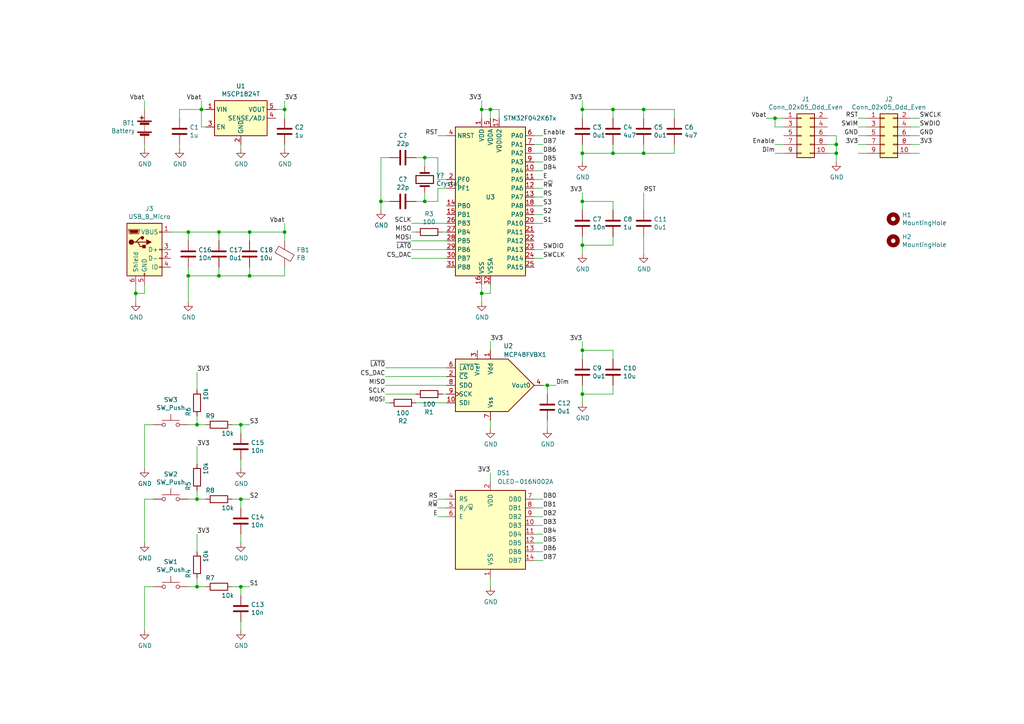
<source format=kicad_sch>
(kicad_sch (version 20211123) (generator eeschema)
  (paper "A4")
  (title_block (title "UV12W") (rev "0.2"))
  (lib_symbols
    (symbol "Connector_Generic:Conn_02x05_Odd_Even" (pin_names (offset 1.016) hide)
      (property "Reference" "J" (at 1.27 7.62 0))
      (property "Value" "Conn_02x05_Odd_Even" (at 1.27 -7.62 0))
      (symbol "Conn_02x05_Odd_Even_1_1"
        (rectangle (start -1.27 -4.953) (end 0 -5.207) (stroke (width 0.1524)))
        (rectangle (start -1.27 -2.413) (end 0 -2.667) (stroke (width 0.1524)))
        (rectangle (start -1.27 0.127) (end 0 -0.127) (stroke (width 0.1524)))
        (rectangle (start -1.27 2.667) (end 0 2.413) (stroke (width 0.1524)))
        (rectangle (start -1.27 5.207) (end 0 4.953) (stroke (width 0.1524)))
        (rectangle (start -1.27 6.35) (end 3.81 -6.35) (stroke (width 0.254)) (fill (type background)))
        (rectangle (start 3.81 -4.953) (end 2.54 -5.207) (stroke (width 0.1524)))
        (rectangle (start 3.81 -2.413) (end 2.54 -2.667) (stroke (width 0.1524)))
        (rectangle (start 3.81 0.127) (end 2.54 -0.127) (stroke (width 0.1524)))
        (rectangle (start 3.81 2.667) (end 2.54 2.413) (stroke (width 0.1524)))
        (rectangle (start 3.81 5.207) (end 2.54 4.953) (stroke (width 0.1524)))
        (pin passive line (at -5.08 5.08 0) (length 3.81) (name "Pin_1") (number "1"))
        (pin passive line (at 7.62 -5.08 180) (length 3.81) (name "Pin_10") (number "10"))
        (pin passive line (at 7.62 5.08 180) (length 3.81) (name "Pin_2") (number "2"))
        (pin passive line (at -5.08 2.54 0) (length 3.81) (name "Pin_3") (number "3"))
        (pin passive line (at 7.62 2.54 180) (length 3.81) (name "Pin_4") (number "4"))
        (pin passive line (at -5.08 0 0) (length 3.81) (name "Pin_5") (number "5"))
        (pin passive line (at 7.62 0 180) (length 3.81) (name "Pin_6") (number "6"))
        (pin passive line (at -5.08 -2.54 0) (length 3.81) (name "Pin_7") (number "7"))
        (pin passive line (at 7.62 -2.54 180) (length 3.81) (name "Pin_8") (number "8"))
        (pin passive line (at -5.08 -5.08 0) (length 3.81) (name "Pin_9") (number "9"))
      )
    )
    (symbol "Device:Battery" (pin_numbers hide) (pin_names (offset 0) hide)
      (property "Reference" "BT" (at 2.54 2.54 0))
      (property "Value" "Battery" (at 2.54 0 0))
      (symbol "Battery_0_1"
        (rectangle (start -2.032 -1.397) (end 2.032 -1.651) (fill (type outline)))
        (rectangle (start -2.032 1.778) (end 2.032 1.524) (fill (type outline)))
        (rectangle (start -1.3208 -1.9812) (end 1.27 -2.4892) (fill (type outline)))
        (rectangle (start -1.3208 1.1938) (end 1.27 0.6858) (fill (type outline)))
        (polyline (pts (xy 0 -1.524) (xy 0 -1.27)))
        (polyline (pts (xy 0 -1.016) (xy 0 -0.762)))
        (polyline (pts (xy 0 -0.508) (xy 0 -0.254)))
        (polyline (pts (xy 0 0) (xy 0 0.254)))
        (polyline (pts (xy 0 0.508) (xy 0 0.762)))
        (polyline (pts (xy 0 1.778) (xy 0 2.54)))
        (polyline (pts (xy 0.254 2.667) (xy 1.27 2.667)) (stroke (width 0.254)))
        (polyline (pts (xy 0.762 3.175) (xy 0.762 2.159)) (stroke (width 0.254)))
      )
      (symbol "Battery_1_1"
        (pin passive line (at 0 5.08 270) (length 2.54) (name "+") (number "1"))
        (pin passive line (at 0 -5.08 90) (length 2.54) (name "-") (number "2"))
      )
    )
    (symbol "Device:C" (pin_numbers hide) (pin_names (offset 0.254))
      (property "Reference" "C" (at 0.635 2.54 0))
      (property "Value" "C" (at 0.635 -2.54 0))
      (symbol "C_0_1"
        (polyline (pts (xy -2.032 -0.762) (xy 2.032 -0.762)) (stroke (width 0.508)))
        (polyline (pts (xy -2.032 0.762) (xy 2.032 0.762)) (stroke (width 0.508)))
      )
      (symbol "C_1_1"
        (pin passive line (at 0 3.81 270) (length 2.794) (name "~") (number "1"))
        (pin passive line (at 0 -3.81 90) (length 2.794) (name "~") (number "2"))
      )
    )
    (symbol "Device:Crystal" (pin_numbers hide) (pin_names (offset 1.016) hide)
      (property "Reference" "Y" (at 0 3.81 0))
      (property "Value" "Crystal" (at 0 -3.81 0))
      (symbol "Crystal_0_1"
        (rectangle (start -1.143 2.54) (end 1.143 -2.54) (stroke (width 0.3048)))
        (polyline (pts (xy -2.54 0) (xy -1.905 0)))
        (polyline (pts (xy -1.905 -1.27) (xy -1.905 1.27)) (stroke (width 0.508)))
        (polyline (pts (xy 1.905 -1.27) (xy 1.905 1.27)) (stroke (width 0.508)))
        (polyline (pts (xy 2.54 0) (xy 1.905 0)))
      )
      (symbol "Crystal_1_1"
        (pin passive line (at -3.81 0 0) (length 1.27) (name "1") (number "1"))
        (pin passive line (at 3.81 0 180) (length 1.27) (name "2") (number "2"))
      )
    )
    (symbol "Device:Ferrite_Bead" (pin_numbers hide) (pin_names (offset 0))
      (property "Reference" "FB" (at -3.81 0.635 90))
      (property "Value" "Device_Ferrite_Bead" (at 3.81 0 90))
      (symbol "Ferrite_Bead_0_1"
        (polyline (pts (xy 0 -1.27) (xy 0 -1.2192)))
        (polyline (pts (xy 0 1.27) (xy 0 1.2954)))
        (polyline (pts (xy -2.7686 0.4064) (xy -1.7018 2.2606) (xy 2.7686 -0.3048) (xy 1.6764 -2.159) (xy -2.7686 0.4064)))
      )
      (symbol "Ferrite_Bead_1_1"
        (pin passive line (at 0 3.81 270) (length 2.54) (name "~") (number "1"))
        (pin passive line (at 0 -3.81 90) (length 2.54) (name "~") (number "2"))
      )
    )
    (symbol "Device:R" (pin_numbers hide) (pin_names (offset 0))
      (property "Reference" "R" (at 2.032 0 90))
      (property "Value" "R" (at 0 0 90))
      (symbol "R_0_1"
        (rectangle (start -1.016 -2.54) (end 1.016 2.54) (stroke (width 0.254)))
      )
      (symbol "R_1_1"
        (pin passive line (at 0 3.81 270) (length 1.27) (name "~") (number "1"))
        (pin passive line (at 0 -3.81 90) (length 1.27) (name "~") (number "2"))
      )
    )
    (symbol "MCU_ST_STM32F0:STM32F042K6Tx"
      (property "Reference" "U" (at -10.16 21.59 0))
      (property "Value" "STM32F042K6Tx" (at 5.08 21.59 0))
      (symbol "STM32F042K6Tx_0_1"
        (rectangle (start -10.16 -22.86) (end 10.16 20.32) (stroke (width 0.254)) (fill (type background)))
      )
      (symbol "STM32F042K6Tx_1_1"
        (pin power_in line (at -2.54 22.86 270) (length 2.54) (name "VDD") (number "1"))
        (pin bidirectional line (at 12.7 7.62 180) (length 2.54) (name "PA4") (number "10"))
        (pin bidirectional line (at 12.7 5.08 180) (length 2.54) (name "PA5") (number "11"))
        (pin bidirectional line (at 12.7 2.54 180) (length 2.54) (name "PA6") (number "12"))
        (pin bidirectional line (at 12.7 0 180) (length 2.54) (name "PA7") (number "13"))
        (pin bidirectional line (at -12.7 -2.54 0) (length 2.54) (name "PB0") (number "14"))
        (pin bidirectional line (at -12.7 -5.08 0) (length 2.54) (name "PB1") (number "15"))
        (pin power_in line (at -2.54 -25.4 90) (length 2.54) (name "VSS") (number "16"))
        (pin power_in line (at 2.54 22.86 270) (length 2.54) (name "VDDIO2") (number "17"))
        (pin bidirectional line (at 12.7 -2.54 180) (length 2.54) (name "PA8") (number "18"))
        (pin bidirectional line (at 12.7 -5.08 180) (length 2.54) (name "PA9") (number "19"))
        (pin input line (at -12.7 5.08 0) (length 2.54) (name "PF0") (number "2"))
        (pin bidirectional line (at 12.7 -7.62 180) (length 2.54) (name "PA10") (number "20"))
        (pin bidirectional line (at 12.7 -10.16 180) (length 2.54) (name "PA11") (number "21"))
        (pin bidirectional line (at 12.7 -12.7 180) (length 2.54) (name "PA12") (number "22"))
        (pin bidirectional line (at 12.7 -15.24 180) (length 2.54) (name "PA13") (number "23"))
        (pin bidirectional line (at 12.7 -17.78 180) (length 2.54) (name "PA14") (number "24"))
        (pin bidirectional line (at 12.7 -20.32 180) (length 2.54) (name "PA15") (number "25"))
        (pin bidirectional line (at -12.7 -7.62 0) (length 2.54) (name "PB3") (number "26"))
        (pin bidirectional line (at -12.7 -10.16 0) (length 2.54) (name "PB4") (number "27"))
        (pin bidirectional line (at -12.7 -12.7 0) (length 2.54) (name "PB5") (number "28"))
        (pin bidirectional line (at -12.7 -15.24 0) (length 2.54) (name "PB6") (number "29"))
        (pin input line (at -12.7 2.54 0) (length 2.54) (name "PF1") (number "3"))
        (pin bidirectional line (at -12.7 -17.78 0) (length 2.54) (name "PB7") (number "30"))
        (pin bidirectional line (at -12.7 -20.32 0) (length 2.54) (name "PB8") (number "31"))
        (pin power_in line (at 0 -25.4 90) (length 2.54) (name "VSSA") (number "32"))
        (pin input line (at -12.7 17.78 0) (length 2.54) (name "NRST") (number "4"))
        (pin power_in line (at 0 22.86 270) (length 2.54) (name "VDDA") (number "5"))
        (pin bidirectional line (at 12.7 17.78 180) (length 2.54) (name "PA0") (number "6"))
        (pin bidirectional line (at 12.7 15.24 180) (length 2.54) (name "PA1") (number "7"))
        (pin bidirectional line (at 12.7 12.7 180) (length 2.54) (name "PA2") (number "8"))
        (pin bidirectional line (at 12.7 10.16 180) (length 2.54) (name "PA3") (number "9"))
      )
    )
    (symbol "Mechanical:MountingHole" (pin_names (offset 1.016))
      (property "Reference" "H" (at 0 5.08 0))
      (property "Value" "MountingHole" (at 0 3.175 0))
      (symbol "MountingHole_0_1"
        (circle (center 0 0) (radius 1.27) (stroke (width 1.27)))
      )
    )
    (symbol "Regulator_Linear:ADP7142AUJZ-3.3"
      (property "Reference" "U" (at 0 8.89 0))
      (property "Value" "ADP7142AUJZ-3.3" (at 0 6.35 0))
      (symbol "ADP7142AUJZ-3.3_0_1"
        (rectangle (start -7.62 5.08) (end 7.62 -5.08) (stroke (width 0.254)) (fill (type background)))
      )
      (symbol "ADP7142AUJZ-3.3_1_1"
        (pin power_in line (at -10.16 2.54 0) (length 2.54) (name "VIN") (number "1"))
        (pin power_in line (at 0 -7.62 90) (length 2.54) (name "GND") (number "2"))
        (pin input line (at -10.16 -2.54 0) (length 2.54) (name "EN") (number "3"))
        (pin input line (at 10.16 0 180) (length 2.54) (name "SENSE/ADJ") (number "4"))
        (pin power_out line (at 10.16 2.54 180) (length 2.54) (name "VOUT") (number "5"))
      )
    )
    (symbol "Switch:SW_Push" (pin_numbers hide) (pin_names (offset 1.016) hide)
      (property "Reference" "SW" (at 1.27 2.54 0))
      (property "Value" "SW_Push" (at 0 -1.524 0))
      (symbol "SW_Push_0_1"
        (circle (center -2.032 0) (radius 0.508))
        (polyline (pts (xy 0 1.27) (xy 0 3.048)))
        (polyline (pts (xy 2.54 1.27) (xy -2.54 1.27)))
        (circle (center 2.032 0) (radius 0.508))
        (pin passive line (at -5.08 0 0) (length 2.54) (name "1") (number "1"))
        (pin passive line (at 5.08 0 180) (length 2.54) (name "2") (number "2"))
      )
    )
    (symbol "UVA_12W:MCP48FVBX1" (pin_names (offset 1.016))
      (property "Reference" "U" (at 1.27 10.795 0))
      (property "Value" "MCP48FVBX1" (at 1.27 8.89 0))
      (symbol "MCP48FVBX1_0_0"
        (polyline (pts (xy 12.7 0) (xy 5.08 7.62) (xy -10.16 7.62) (xy -10.16 -7.62) (xy 5.08 -7.62) (xy 12.7 0)) (stroke (width 0.254)) (fill (type background)))
      )
      (symbol "MCP48FVBX1_1_1"
        (pin power_in line (at 0 10.16 270) (length 2.54) (name "Vdd") (number "1"))
        (pin input line (at -12.7 -5.08 0) (length 2.54) (name "SDI") (number "10"))
        (pin input line (at -12.7 2.54 0) (length 2.54) (name "~{CS}") (number "2"))
        (pin power_in line (at -3.81 10.16 270) (length 2.54) (name "Vref") (number "3"))
        (pin output line (at 15.24 0 180) (length 2.54) (name "Vout0") (number "4"))
        (pin no_connect line (at -7.62 -7.62 180) (length 2.54) hide (name "NC") (number "5"))
        (pin input line (at -12.7 5.08 0) (length 2.54) (name "~{LAT0}") (number "6"))
        (pin power_in line (at 0 -10.16 90) (length 2.54) (name "Vss") (number "7"))
        (pin input line (at -12.7 0 0) (length 2.54) (name "SDO") (number "8"))
        (pin input clock (at -12.7 -2.54 0) (length 2.54) (name "SCK") (number "9"))
      )
    )
    (symbol "UVA_12W:OLED-016N002A" (pin_names (offset 1.016))
      (property "Reference" "DS" (at -8.382 12.7 0))
      (property "Value" "OLED-016N002A" (at 10.16 12.7 0))
      (symbol "OLED-016N002A_0_1"
        (rectangle (start -10.16 11.43) (end 10.16 -11.43) (stroke (width 0.254)) (fill (type background)))
      )
      (symbol "OLED-016N002A_1_1"
        (pin power_in line (at 0 -13.97 90) (length 2.54) (name "VSS") (number "1"))
        (pin bidirectional line (at 12.7 1.27 180) (length 2.54) (name "DB3") (number "10"))
        (pin bidirectional line (at 12.7 -1.27 180) (length 2.54) (name "DB4") (number "11"))
        (pin bidirectional line (at 12.7 -3.81 180) (length 2.54) (name "DB5") (number "12"))
        (pin bidirectional line (at 12.7 -6.35 180) (length 2.54) (name "DB6") (number "13"))
        (pin bidirectional line (at 12.7 -8.89 180) (length 2.54) (name "DB7") (number "14"))
        (pin no_connect line (at -12.7 -6.35 0) (length 2.54) hide (name "NC") (number "15"))
        (pin no_connect line (at -12.7 -8.89 0) (length 2.54) hide (name "NC") (number "16"))
        (pin power_in line (at 0 13.97 270) (length 2.54) (name "VDD") (number "2"))
        (pin no_connect line (at -12.7 -3.81 0) (length 2.54) hide (name "NC") (number "3"))
        (pin input line (at -12.7 8.89 0) (length 2.54) (name "RS") (number "4"))
        (pin input line (at -12.7 6.35 0) (length 2.54) (name "R/~{W}") (number "5"))
        (pin input line (at -12.7 3.81 0) (length 2.54) (name "E") (number "6"))
        (pin bidirectional line (at 12.7 8.89 180) (length 2.54) (name "DB0") (number "7"))
        (pin bidirectional line (at 12.7 6.35 180) (length 2.54) (name "DB1") (number "8"))
        (pin bidirectional line (at 12.7 3.81 180) (length 2.54) (name "DB2") (number "9"))
      )
    )
    (symbol "UVA_12W_LED_CONTROL-rescue:USB_B_Micro-Connector" (pin_names (offset 1.016))
      (property "Reference" "J" (at -5.08 11.43 0))
      (property "Value" "USB_B_Micro-Connector" (at -5.08 8.89 0))
      (symbol "USB_B_Micro-Connector_0_1"
        (rectangle (start -5.08 -7.62) (end 5.08 7.62) (stroke (width 0.254)) (fill (type background)))
        (circle (center -3.81 2.159) (radius 0.635) (stroke (width 0.254)) (fill (type outline)))
        (circle (center -0.635 3.429) (radius 0.381) (stroke (width 0.254)) (fill (type outline)))
        (rectangle (start -0.127 -7.62) (end 0.127 -6.858))
        (polyline (pts (xy -1.905 2.159) (xy 0.635 2.159)) (stroke (width 0.254)))
        (polyline (pts (xy -3.175 2.159) (xy -2.54 2.159) (xy -1.27 3.429) (xy -0.635 3.429)) (stroke (width 0.254)))
        (polyline (pts (xy -2.54 2.159) (xy -1.905 2.159) (xy -1.27 0.889) (xy 0 0.889)) (stroke (width 0.254)))
        (polyline (pts (xy 0.635 2.794) (xy 0.635 1.524) (xy 1.905 2.159) (xy 0.635 2.794)) (stroke (width 0.254)) (fill (type outline)))
        (polyline (pts (xy -4.318 5.588) (xy -1.778 5.588) (xy -2.032 4.826) (xy -4.064 4.826) (xy -4.318 5.588)) (fill (type outline)))
        (polyline (pts (xy -4.699 5.842) (xy -4.699 5.588) (xy -4.445 4.826) (xy -4.445 4.572) (xy -1.651 4.572) (xy -1.651 4.826) (xy -1.397 5.588) (xy -1.397 5.842) (xy -4.699 5.842)))
        (rectangle (start 0.254 1.27) (end -0.508 0.508) (stroke (width 0.254)) (fill (type outline)))
        (rectangle (start 5.08 -5.207) (end 4.318 -4.953))
        (rectangle (start 5.08 -2.667) (end 4.318 -2.413))
        (rectangle (start 5.08 -0.127) (end 4.318 0.127))
        (rectangle (start 5.08 4.953) (end 4.318 5.207))
      )
      (symbol "USB_B_Micro-Connector_1_1"
        (pin power_out line (at 7.62 5.08 180) (length 2.54) (name "VBUS") (number "1"))
        (pin passive line (at 7.62 -2.54 180) (length 2.54) (name "D-") (number "2"))
        (pin passive line (at 7.62 0 180) (length 2.54) (name "D+") (number "3"))
        (pin passive line (at 7.62 -5.08 180) (length 2.54) (name "ID") (number "4"))
        (pin power_out line (at 0 -10.16 90) (length 2.54) (name "GND") (number "5"))
        (pin passive line (at -2.54 -10.16 90) (length 2.54) (name "Shield") (number "6"))
      )
    )
    (symbol "power:GND" (power) (pin_names (offset 0))
      (property "Value" "GND" (at 0 -3.81 0))
      (symbol "GND_0_1"
        (polyline (pts (xy 0 0) (xy 0 -1.27) (xy 1.27 -1.27) (xy 0 -2.54) (xy -1.27 -1.27) (xy 0 -1.27)))
      )
      (symbol "GND_1_1"
        (pin power_in line (at 0 0 270) (length 0) hide (name "GND") (number "1"))
      )
    )
  )
  (junction (at 57.15 144.78))
  (junction (at 242.57 41.91))
  (junction (at 63.5 80.01))
  (junction (at 69.85 123.19))
  (junction (at 63.5 67.31))
  (junction (at 82.55 31.75))
  (junction (at 72.39 67.31))
  (junction (at 142.24 31.75))
  (junction (at 224.79 34.29))
  (junction (at 168.91 71.12))
  (junction (at 168.91 101.6))
  (junction (at 168.91 114.3))
  (junction (at 186.69 44.45))
  (junction (at 82.55 67.31))
  (junction (at 158.75 111.76))
  (junction (at 57.15 170.18))
  (junction (at 177.8 31.75))
  (junction (at 69.85 170.18))
  (junction (at 242.57 44.45))
  (junction (at 177.8 44.45))
  (junction (at 69.85 144.78))
  (junction (at 57.15 123.19))
  (junction (at 123.19 58.42))
  (junction (at 54.61 80.01))
  (junction (at 110.49 58.42))
  (junction (at 123.19 45.72))
  (junction (at 39.37 85.09))
  (junction (at 186.69 31.75))
  (junction (at 58.42 31.75))
  (junction (at 139.7 31.75))
  (junction (at 54.61 67.31))
  (junction (at 168.91 31.75))
  (junction (at 139.7 85.09))
  (junction (at 168.91 44.45))
  (junction (at 168.91 58.42))
  (junction (at 72.39 80.01))
  (wire (pts (xy 158.75 111.76) (xy 161.29 111.76)))
  (wire (pts (xy 41.91 123.19) (xy 44.45 123.19)))
  (wire (pts (xy 142.24 139.7) (xy 142.24 137.16)))
  (wire (pts (xy 168.91 41.91) (xy 168.91 44.45)))
  (wire (pts (xy 39.37 85.09) (xy 39.37 87.63)))
  (wire (pts (xy 52.07 31.75) (xy 58.42 31.75)))
  (wire (pts (xy 57.15 123.19) (xy 57.15 120.65)))
  (wire (pts (xy 139.7 31.75) (xy 139.7 34.29)))
  (wire (pts (xy 67.31 144.78) (xy 69.85 144.78)))
  (wire (pts (xy 242.57 39.37) (xy 242.57 41.91)))
  (wire (pts (xy 168.91 44.45) (xy 168.91 46.99)))
  (wire (pts (xy 41.91 182.88) (xy 41.91 170.18)))
  (wire (pts (xy 111.76 111.76) (xy 129.54 111.76)))
  (wire (pts (xy 69.85 170.18) (xy 69.85 172.72)))
  (wire (pts (xy 57.15 129.54) (xy 57.15 134.62)))
  (wire (pts (xy 177.8 114.3) (xy 168.91 114.3)))
  (wire (pts (xy 119.38 69.85) (xy 129.54 69.85)))
  (wire (pts (xy 177.8 104.14) (xy 177.8 101.6)))
  (wire (pts (xy 129.54 52.07) (xy 127 52.07)))
  (wire (pts (xy 168.91 60.96) (xy 168.91 58.42)))
  (wire (pts (xy 168.91 111.76) (xy 168.91 114.3)))
  (wire (pts (xy 69.85 133.35) (xy 69.85 135.89)))
  (wire (pts (xy 177.8 111.76) (xy 177.8 114.3)))
  (wire (pts (xy 123.19 58.42) (xy 120.65 58.42)))
  (wire (pts (xy 129.54 144.78) (xy 127 144.78)))
  (wire (pts (xy 39.37 85.09) (xy 41.91 85.09)))
  (wire (pts (xy 69.85 180.34) (xy 69.85 182.88)))
  (wire (pts (xy 168.91 68.58) (xy 168.91 71.12)))
  (wire (pts (xy 142.24 85.09) (xy 139.7 85.09)))
  (wire (pts (xy 154.94 147.32) (xy 157.48 147.32)))
  (wire (pts (xy 52.07 43.18) (xy 52.07 41.91)))
  (wire (pts (xy 251.46 36.83) (xy 248.92 36.83)))
  (wire (pts (xy 59.69 36.83) (xy 58.42 36.83)))
  (wire (pts (xy 111.76 116.84) (xy 113.03 116.84)))
  (wire (pts (xy 54.61 80.01) (xy 54.61 77.47)))
  (wire (pts (xy 129.54 67.31) (xy 128.27 67.31)))
  (wire (pts (xy 154.94 57.15) (xy 157.48 57.15)))
  (wire (pts (xy 72.39 77.47) (xy 72.39 80.01)))
  (wire (pts (xy 186.69 55.88) (xy 186.69 60.96)))
  (wire (pts (xy 41.91 157.48) (xy 41.91 144.78)))
  (wire (pts (xy 129.54 106.68) (xy 111.76 106.68)))
  (wire (pts (xy 142.24 31.75) (xy 144.78 31.75)))
  (wire (pts (xy 69.85 154.94) (xy 69.85 157.48)))
  (wire (pts (xy 54.61 170.18) (xy 57.15 170.18)))
  (wire (pts (xy 154.94 64.77) (xy 157.48 64.77)))
  (wire (pts (xy 142.24 99.06) (xy 142.24 101.6)))
  (wire (pts (xy 186.69 73.66) (xy 186.69 68.58)))
  (wire (pts (xy 110.49 45.72) (xy 110.49 58.42)))
  (wire (pts (xy 57.15 144.78) (xy 59.69 144.78)))
  (wire (pts (xy 251.46 34.29) (xy 248.92 34.29)))
  (wire (pts (xy 227.33 36.83) (xy 224.79 36.83)))
  (wire (pts (xy 127 45.72) (xy 123.19 45.72)))
  (wire (pts (xy 72.39 67.31) (xy 82.55 67.31)))
  (wire (pts (xy 54.61 67.31) (xy 63.5 67.31)))
  (wire (pts (xy 63.5 67.31) (xy 63.5 69.85)))
  (wire (pts (xy 49.53 67.31) (xy 54.61 67.31)))
  (wire (pts (xy 154.94 54.61) (xy 157.48 54.61)))
  (wire (pts (xy 129.54 147.32) (xy 127 147.32)))
  (wire (pts (xy 41.91 41.91) (xy 41.91 43.18)))
  (wire (pts (xy 69.85 123.19) (xy 72.39 123.19)))
  (wire (pts (xy 142.24 124.46) (xy 142.24 121.92)))
  (wire (pts (xy 139.7 31.75) (xy 142.24 31.75)))
  (wire (pts (xy 63.5 77.47) (xy 63.5 80.01)))
  (wire (pts (xy 142.24 82.55) (xy 142.24 85.09)))
  (wire (pts (xy 264.16 39.37) (xy 266.7 39.37)))
  (wire (pts (xy 41.91 31.75) (xy 41.91 29.21)))
  (wire (pts (xy 41.91 170.18) (xy 44.45 170.18)))
  (wire (pts (xy 123.19 45.72) (xy 123.19 48.26)))
  (wire (pts (xy 227.33 44.45) (xy 224.79 44.45)))
  (wire (pts (xy 154.94 41.91) (xy 157.48 41.91)))
  (wire (pts (xy 177.8 101.6) (xy 168.91 101.6)))
  (wire (pts (xy 177.8 31.75) (xy 186.69 31.75)))
  (wire (pts (xy 63.5 67.31) (xy 72.39 67.31)))
  (wire (pts (xy 168.91 34.29) (xy 168.91 31.75)))
  (wire (pts (xy 158.75 111.76) (xy 158.75 114.3)))
  (wire (pts (xy 54.61 144.78) (xy 57.15 144.78)))
  (wire (pts (xy 154.94 149.86) (xy 157.48 149.86)))
  (wire (pts (xy 57.15 170.18) (xy 59.69 170.18)))
  (wire (pts (xy 224.79 34.29) (xy 227.33 34.29)))
  (wire (pts (xy 119.38 74.93) (xy 129.54 74.93)))
  (wire (pts (xy 251.46 44.45) (xy 248.92 44.45)))
  (wire (pts (xy 195.58 44.45) (xy 195.58 41.91)))
  (wire (pts (xy 154.94 52.07) (xy 157.48 52.07)))
  (wire (pts (xy 240.03 39.37) (xy 242.57 39.37)))
  (wire (pts (xy 54.61 69.85) (xy 54.61 67.31)))
  (wire (pts (xy 264.16 36.83) (xy 266.7 36.83)))
  (wire (pts (xy 119.38 64.77) (xy 129.54 64.77)))
  (wire (pts (xy 139.7 85.09) (xy 139.7 82.55)))
  (wire (pts (xy 195.58 31.75) (xy 195.58 34.29)))
  (wire (pts (xy 157.48 111.76) (xy 158.75 111.76)))
  (wire (pts (xy 168.91 31.75) (xy 177.8 31.75)))
  (wire (pts (xy 264.16 34.29) (xy 266.7 34.29)))
  (wire (pts (xy 129.54 149.86) (xy 127 149.86)))
  (wire (pts (xy 154.94 49.53) (xy 157.48 49.53)))
  (wire (pts (xy 67.31 123.19) (xy 69.85 123.19)))
  (wire (pts (xy 242.57 41.91) (xy 242.57 44.45)))
  (wire (pts (xy 110.49 58.42) (xy 110.49 60.96)))
  (wire (pts (xy 57.15 170.18) (xy 57.15 167.64)))
  (wire (pts (xy 154.94 46.99) (xy 157.48 46.99)))
  (wire (pts (xy 242.57 44.45) (xy 242.57 46.99)))
  (wire (pts (xy 154.94 154.94) (xy 157.48 154.94)))
  (wire (pts (xy 82.55 67.31) (xy 82.55 64.77)))
  (wire (pts (xy 129.54 39.37) (xy 127 39.37)))
  (wire (pts (xy 168.91 58.42) (xy 177.8 58.42)))
  (wire (pts (xy 120.65 45.72) (xy 123.19 45.72)))
  (wire (pts (xy 129.54 54.61) (xy 127 54.61)))
  (wire (pts (xy 119.38 72.39) (xy 129.54 72.39)))
  (wire (pts (xy 139.7 87.63) (xy 139.7 85.09)))
  (wire (pts (xy 154.94 62.23) (xy 157.48 62.23)))
  (wire (pts (xy 227.33 41.91) (xy 224.79 41.91)))
  (wire (pts (xy 168.91 44.45) (xy 177.8 44.45)))
  (wire (pts (xy 177.8 68.58) (xy 177.8 71.12)))
  (wire (pts (xy 82.55 34.29) (xy 82.55 31.75)))
  (wire (pts (xy 240.03 41.91) (xy 242.57 41.91)))
  (wire (pts (xy 57.15 154.94) (xy 57.15 160.02)))
  (wire (pts (xy 240.03 44.45) (xy 242.57 44.45)))
  (wire (pts (xy 154.94 152.4) (xy 157.48 152.4)))
  (wire (pts (xy 158.75 121.92) (xy 158.75 124.46)))
  (wire (pts (xy 224.79 34.29) (xy 222.25 34.29)))
  (wire (pts (xy 69.85 123.19) (xy 69.85 125.73)))
  (wire (pts (xy 127 58.42) (xy 123.19 58.42)))
  (wire (pts (xy 264.16 44.45) (xy 266.7 44.45)))
  (wire (pts (xy 154.94 157.48) (xy 157.48 157.48)))
  (wire (pts (xy 154.94 39.37) (xy 157.48 39.37)))
  (wire (pts (xy 69.85 170.18) (xy 72.39 170.18)))
  (wire (pts (xy 111.76 109.22) (xy 129.54 109.22)))
  (wire (pts (xy 154.94 144.78) (xy 157.48 144.78)))
  (wire (pts (xy 168.91 114.3) (xy 168.91 116.84)))
  (wire (pts (xy 41.91 135.89) (xy 41.91 123.19)))
  (wire (pts (xy 69.85 41.91) (xy 69.85 43.18)))
  (wire (pts (xy 142.24 31.75) (xy 142.24 34.29)))
  (wire (pts (xy 251.46 39.37) (xy 248.92 39.37)))
  (wire (pts (xy 82.55 31.75) (xy 82.55 29.21)))
  (wire (pts (xy 120.65 67.31) (xy 119.38 67.31)))
  (wire (pts (xy 72.39 69.85) (xy 72.39 67.31)))
  (wire (pts (xy 82.55 41.91) (xy 82.55 43.18)))
  (wire (pts (xy 41.91 144.78) (xy 44.45 144.78)))
  (wire (pts (xy 168.91 71.12) (xy 177.8 71.12)))
  (wire (pts (xy 57.15 144.78) (xy 57.15 142.24)))
  (wire (pts (xy 111.76 114.3) (xy 120.65 114.3)))
  (wire (pts (xy 264.16 41.91) (xy 266.7 41.91)))
  (wire (pts (xy 127 54.61) (xy 127 58.42)))
  (wire (pts (xy 52.07 34.29) (xy 52.07 31.75)))
  (wire (pts (xy 144.78 31.75) (xy 144.78 34.29)))
  (wire (pts (xy 127 52.07) (xy 127 45.72)))
  (wire (pts (xy 186.69 41.91) (xy 186.69 44.45)))
  (wire (pts (xy 154.94 162.56) (xy 157.48 162.56)))
  (wire (pts (xy 58.42 31.75) (xy 59.69 31.75)))
  (wire (pts (xy 123.19 55.88) (xy 123.19 58.42)))
  (wire (pts (xy 186.69 31.75) (xy 195.58 31.75)))
  (wire (pts (xy 58.42 36.83) (xy 58.42 31.75)))
  (wire (pts (xy 168.91 31.75) (xy 168.91 29.21)))
  (wire (pts (xy 154.94 160.02) (xy 157.48 160.02)))
  (wire (pts (xy 82.55 80.01) (xy 72.39 80.01)))
  (wire (pts (xy 154.94 72.39) (xy 157.48 72.39)))
  (wire (pts (xy 58.42 31.75) (xy 58.42 29.21)))
  (wire (pts (xy 82.55 69.85) (xy 82.55 67.31)))
  (wire (pts (xy 57.15 123.19) (xy 59.69 123.19)))
  (wire (pts (xy 54.61 87.63) (xy 54.61 80.01)))
  (wire (pts (xy 120.65 116.84) (xy 129.54 116.84)))
  (wire (pts (xy 154.94 59.69) (xy 157.48 59.69)))
  (wire (pts (xy 177.8 60.96) (xy 177.8 58.42)))
  (wire (pts (xy 251.46 41.91) (xy 248.92 41.91)))
  (wire (pts (xy 177.8 34.29) (xy 177.8 31.75)))
  (wire (pts (xy 168.91 104.14) (xy 168.91 101.6)))
  (wire (pts (xy 224.79 36.83) (xy 224.79 34.29)))
  (wire (pts (xy 154.94 44.45) (xy 157.48 44.45)))
  (wire (pts (xy 63.5 80.01) (xy 54.61 80.01)))
  (wire (pts (xy 69.85 144.78) (xy 72.39 144.78)))
  (wire (pts (xy 69.85 144.78) (xy 69.85 147.32)))
  (wire (pts (xy 39.37 82.55) (xy 39.37 85.09)))
  (wire (pts (xy 139.7 29.21) (xy 139.7 31.75)))
  (wire (pts (xy 67.31 170.18) (xy 69.85 170.18)))
  (wire (pts (xy 168.91 99.06) (xy 168.91 101.6)))
  (wire (pts (xy 113.03 45.72) (xy 110.49 45.72)))
  (wire (pts (xy 186.69 44.45) (xy 195.58 44.45)))
  (wire (pts (xy 80.01 31.75) (xy 82.55 31.75)))
  (wire (pts (xy 72.39 80.01) (xy 63.5 80.01)))
  (wire (pts (xy 129.54 114.3) (xy 128.27 114.3)))
  (wire (pts (xy 113.03 58.42) (xy 110.49 58.42)))
  (wire (pts (xy 142.24 167.64) (xy 142.24 170.18)))
  (wire (pts (xy 177.8 41.91) (xy 177.8 44.45)))
  (wire (pts (xy 177.8 44.45) (xy 186.69 44.45)))
  (wire (pts (xy 168.91 55.88) (xy 168.91 58.42)))
  (wire (pts (xy 186.69 34.29) (xy 186.69 31.75)))
  (wire (pts (xy 54.61 123.19) (xy 57.15 123.19)))
  (wire (pts (xy 82.55 77.47) (xy 82.55 80.01)))
  (wire (pts (xy 41.91 85.09) (xy 41.91 82.55)))
  (wire (pts (xy 154.94 74.93) (xy 157.48 74.93)))
  (wire (pts (xy 57.15 107.95) (xy 57.15 113.03)))
  (wire (pts (xy 168.91 71.12) (xy 168.91 73.66)))
  (label "GND" (at 248.92 39.37 180))
  (label "MISO" (at 111.76 111.76 180))
  (label "3V3" (at 142.24 99.06 0))
  (label "S3" (at 72.39 123.19 0))
  (label "CS_DAC" (at 119.38 74.93 180))
  (label "S1" (at 157.48 64.77 0))
  (label "SWIM" (at 248.92 36.83 180))
  (label "S1" (at 72.39 170.18 0))
  (label "R~{W}" (at 157.48 54.61 0))
  (label "RST" (at 127 39.37 180))
  (label "E" (at 127 149.86 180))
  (label "3V3" (at 248.92 41.91 180))
  (label "RST" (at 248.92 34.29 180))
  (label "3V3" (at 57.15 107.95 0))
  (label "DB0" (at 157.48 144.78 0))
  (label "RST" (at 186.69 55.88 0))
  (label "Enable" (at 224.79 41.91 180))
  (label "MOSI" (at 119.38 69.85 180))
  (label "Dim" (at 224.79 44.45 180))
  (label "DB4" (at 157.48 49.53 0))
  (label "3V3" (at 168.91 29.21 180))
  (label "~{LAT0}" (at 119.38 72.39 180))
  (label "Vbat" (at 58.42 29.21 180))
  (label "DB4" (at 157.48 154.94 0))
  (label "3V3" (at 139.7 29.21 180))
  (label "DB7" (at 157.48 41.91 0))
  (label "SCLK" (at 111.76 114.3 180))
  (label "DB5" (at 157.48 157.48 0))
  (label "Dim" (at 161.29 111.76 0))
  (label "DB2" (at 157.48 149.86 0))
  (label "Enable" (at 157.48 39.37 0))
  (label "Vbat" (at 222.25 34.29 180))
  (label "3V3" (at 168.91 55.88 180))
  (label "S3" (at 157.48 59.69 0))
  (label "GND" (at 266.7 39.37 0))
  (label "MOSI" (at 111.76 116.84 180))
  (label "3V3" (at 142.24 137.16 180))
  (label "R~{W}" (at 127 147.32 180))
  (label "Vbat" (at 82.55 64.77 180))
  (label "SWDIO" (at 266.7 36.83 0))
  (label "DB5" (at 157.48 46.99 0))
  (label "DB1" (at 157.48 147.32 0))
  (label "SWCLK" (at 266.7 34.29 0))
  (label "E" (at 157.48 52.07 0))
  (label "3V3" (at 168.91 99.06 180))
  (label "S2" (at 157.48 62.23 0))
  (label "DB3" (at 157.48 152.4 0))
  (label "3V3" (at 57.15 154.94 0))
  (label "3V3" (at 82.55 29.21 0))
  (label "RS" (at 127 144.78 180))
  (label "CS_DAC" (at 111.76 109.22 180))
  (label "MISO" (at 119.38 67.31 180))
  (label "Vbat" (at 41.91 29.21 180))
  (label "DB6" (at 157.48 160.02 0))
  (label "DB6" (at 157.48 44.45 0))
  (label "SWDIO" (at 157.48 72.39 0))
  (label "SCLK" (at 119.38 64.77 180))
  (label "3V3" (at 57.15 129.54 0))
  (label "DB7" (at 157.48 162.56 0))
  (label "S2" (at 72.39 144.78 0))
  (label "~{LAT0}" (at 111.76 106.68 180))
  (label "3V3" (at 266.7 41.91 0))
  (label "RS" (at 157.48 57.15 0))
  (label "SWCLK" (at 157.48 74.93 0))
  (symbol (lib_id "MCU_ST_STM32F0:STM32F042K6Tx") (at 142.24 57.15 0) (unit 1)
    (property "Reference" "U3" (at 142.24 57.15 0))
    (property "Value" "STM32F042K6Tx" (at 153.67 34.29 0))
    (property "Footprint" "Package_QFP:LQFP-32_7x7mm_P0.8mm" (effects hide))
    (property "Datasheet" "http://www.st.com/st-web-ui/static/active/en/resource/technical/document/datasheet/DM00105814.pdf" (effects hide))
  )
  (symbol (lib_id "Regulator_Linear:ADP7142AUJZ-3.3") (at 69.85 34.29 0) (unit 1)
    (property "Reference" "U1" (at 69.85 24.9682 0))
    (property "Value" "MSCP1824T" (at 69.85 27.2796 0))
    (property "Footprint" "Package_TO_SOT_SMD:SOT-23-5" (effects hide))
    (property "Datasheet" "https://www.analog.com/media/en/technical-documentation/data-sheets/ADP7142.pdf" (effects hide))
  )
  (symbol (lib_id "Device:C") (at 52.07 38.1 0) (unit 1)
    (property "Reference" "C1" (at 54.991 36.9316 0) (effects (justify left)))
    (property "Value" "1u" (at 54.991 39.243 0) (effects (justify left)))
    (property "Footprint" "Capacitor_SMD:C_0603_1608Metric" (effects hide))
  )
  (symbol (lib_id "Device:C") (at 82.55 38.1 0) (unit 1)
    (property "Reference" "C2" (at 85.471 36.9316 0) (effects (justify left)))
    (property "Value" "1u" (at 85.471 39.243 0) (effects (justify left)))
    (property "Footprint" "Capacitor_SMD:C_0603_1608Metric" (effects hide))
  )
  (symbol (lib_id "power:GND") (at 69.85 43.18 0) (unit 1)
    (property "Reference" "#PWR04" (effects hide))
    (property "Value" "GND" (at 69.977 47.5742 0))
  )
  (symbol (lib_id "power:GND") (at 82.55 43.18 0) (unit 1)
    (property "Reference" "#PWR05" (effects hide))
    (property "Value" "GND" (at 82.677 47.5742 0))
  )
  (symbol (lib_id "power:GND") (at 52.07 43.18 0) (unit 1)
    (property "Reference" "#PWR03" (effects hide))
    (property "Value" "GND" (at 52.197 47.5742 0))
  )
  (symbol (lib_id "Switch:SW_Push") (at 49.53 170.18 0) (unit 1)
    (property "Reference" "SW1" (at 49.53 162.941 0))
    (property "Value" "SW_Push" (at 49.53 165.2524 0))
    (property "Footprint" "Button_Switch_THT:SW_PUSH_6mm" (effects hide))
  )
  (symbol (lib_id "Device:C") (at 168.91 38.1 0) (unit 1)
    (property "Reference" "C3" (at 171.831 36.9316 0) (effects (justify left)))
    (property "Value" "0u1" (at 171.831 39.243 0) (effects (justify left)))
    (property "Footprint" "Capacitor_SMD:C_0603_1608Metric" (effects hide))
  )
  (symbol (lib_id "Device:C") (at 177.8 38.1 0) (unit 1)
    (property "Reference" "C4" (at 180.721 36.9316 0) (effects (justify left)))
    (property "Value" "4u7" (at 180.721 39.243 0) (effects (justify left)))
    (property "Footprint" "Capacitor_SMD:C_0805_2012Metric" (effects hide))
  )
  (symbol (lib_id "Device:C") (at 186.69 38.1 0) (unit 1)
    (property "Reference" "C5" (at 189.611 36.9316 0) (effects (justify left)))
    (property "Value" "0u1" (at 189.611 39.243 0) (effects (justify left)))
    (property "Footprint" "Capacitor_SMD:C_0603_1608Metric" (effects hide))
  )
  (symbol (lib_id "Device:C") (at 195.58 38.1 0) (unit 1)
    (property "Reference" "C6" (at 198.501 36.9316 0) (effects (justify left)))
    (property "Value" "4u7" (at 198.501 39.243 0) (effects (justify left)))
    (property "Footprint" "Capacitor_SMD:C_0805_2012Metric" (effects hide))
  )
  (symbol (lib_id "Device:Battery") (at 41.91 36.83 0) (mirror y) (unit 1)
    (property "Reference" "BT1" (at 39.1668 35.6616 0) (effects (justify left)))
    (property "Value" "Battery" (at 39.1668 37.973 0) (effects (justify left)))
    (property "Footprint" "UVA_12W:BatteryClip_18mm" (effects hide))
  )
  (symbol (lib_id "power:GND") (at 41.91 43.18 0) (unit 1)
    (property "Reference" "#PWR02" (effects hide))
    (property "Value" "GND" (at 42.037 47.5742 0))
  )
  (symbol (lib_id "power:GND") (at 168.91 46.99 0) (unit 1)
    (property "Reference" "#PWR07" (effects hide))
    (property "Value" "GND" (at 169.037 51.3842 0))
  )
  (symbol (lib_id "Device:C") (at 168.91 64.77 0) (unit 1)
    (property "Reference" "C7" (at 171.831 63.6016 0) (effects (justify left)))
    (property "Value" "10n" (at 171.831 65.913 0) (effects (justify left)))
    (property "Footprint" "Capacitor_SMD:C_0603_1608Metric" (effects hide))
  )
  (symbol (lib_id "Device:C") (at 177.8 64.77 0) (unit 1)
    (property "Reference" "C8" (at 180.721 63.6016 0) (effects (justify left)))
    (property "Value" "1u" (at 180.721 65.913 0) (effects (justify left)))
    (property "Footprint" "Capacitor_SMD:C_0603_1608Metric" (effects hide))
  )
  (symbol (lib_id "power:GND") (at 168.91 73.66 0) (unit 1)
    (property "Reference" "#PWR08" (effects hide))
    (property "Value" "GND" (at 169.037 78.0542 0))
  )
  (symbol (lib_id "Connector_Generic:Conn_02x05_Odd_Even") (at 256.54 39.37 0) (unit 1)
    (property "Reference" "J2" (at 257.81 28.7782 0))
    (property "Value" "Conn_02x05_Odd_Even" (at 257.81 31.0896 0))
    (property "Footprint" "Connector_PinHeader_2.54mm:PinHeader_2x05_P2.54mm_Vertical" (effects hide))
  )
  (symbol (lib_id "Device:C") (at 168.91 107.95 0) (unit 1)
    (property "Reference" "C9" (at 171.831 106.7816 0) (effects (justify left)))
    (property "Value" "0u1" (at 171.831 109.093 0) (effects (justify left)))
    (property "Footprint" "Capacitor_SMD:C_0603_1608Metric" (effects hide))
  )
  (symbol (lib_id "power:GND") (at 168.91 116.84 0) (unit 1)
    (property "Reference" "#PWR09" (effects hide))
    (property "Value" "GND" (at 169.037 121.2342 0))
  )
  (symbol (lib_id "Device:C") (at 177.8 107.95 0) (unit 1)
    (property "Reference" "C10" (at 180.721 106.7816 0) (effects (justify left)))
    (property "Value" "10u" (at 180.721 109.093 0) (effects (justify left)))
    (property "Footprint" "Capacitor_SMD:C_0805_2012Metric" (effects hide))
  )
  (symbol (lib_id "Device:C") (at 158.75 118.11 0) (unit 1)
    (property "Reference" "C12" (at 161.671 116.9416 0) (effects (justify left)))
    (property "Value" "0u1" (at 161.671 119.253 0) (effects (justify left)))
    (property "Footprint" "Capacitor_SMD:C_0603_1608Metric" (effects hide))
  )
  (symbol (lib_id "power:GND") (at 158.75 124.46 0) (unit 1)
    (property "Reference" "#PWR012" (effects hide))
    (property "Value" "GND" (at 158.877 128.8542 0))
  )
  (symbol (lib_id "UVA_12W:MCP48FVBX1") (at 142.24 111.76 0) (unit 1)
    (property "Reference" "U2" (at 146.05 100.33 0) (effects (justify left)))
    (property "Value" "MCP48FVBX1" (at 146.05 102.87 0) (effects (justify left)))
    (property "Footprint" "Package_SO:MSOP-10_3x3mm_P0.5mm" (effects hide))
    (property "Datasheet" "http://ww1.microchip.com/downloads/en/DeviceDoc/22244B.pdf" (effects hide))
  )
  (symbol (lib_id "power:GND") (at 41.91 182.88 0) (unit 1)
    (property "Reference" "#PWR014" (effects hide))
    (property "Value" "GND" (at 42.037 187.2742 0))
  )
  (symbol (lib_id "UVA_12W:OLED-016N002A") (at 142.24 153.67 0) (unit 1)
    (property "Reference" "DS1" (at 146.05 137.16 0))
    (property "Value" "OLED-016N002A" (at 152.4 139.7 0))
    (property "Footprint" "Connector_PinSocket_2.54mm:PinSocket_1x16_P2.54mm_Vertical" (effects hide))
    (property "Datasheet" "https://www.digchip.com/datasheets/parts/datasheet/1121/AG-12864E-pdf.php" (effects hide))
  )
  (symbol (lib_id "power:GND") (at 142.24 170.18 0) (unit 1)
    (property "Reference" "#PWR06" (effects hide))
    (property "Value" "GND" (at 142.367 174.5742 0))
  )
  (symbol (lib_id "power:GND") (at 142.24 124.46 0) (unit 1)
    (property "Reference" "#PWR011" (effects hide))
    (property "Value" "GND" (at 142.367 128.8542 0))
  )
  (symbol (lib_id "power:GND") (at 139.7 87.63 0) (unit 1)
    (property "Reference" "#PWR013" (effects hide))
    (property "Value" "GND" (at 139.827 92.0242 0))
  )
  (symbol (lib_id "power:GND") (at 69.85 182.88 0) (unit 1)
    (property "Reference" "#PWR015" (effects hide))
    (property "Value" "GND" (at 69.977 187.2742 0))
  )
  (symbol (lib_id "Device:R") (at 57.15 163.83 0) (unit 1)
    (property "Reference" "R4" (at 54.61 166.37 90))
    (property "Value" "10k" (at 59.69 161.29 90))
    (property "Footprint" "Resistor_SMD:R_0603_1608Metric" (effects hide))
  )
  (symbol (lib_id "Device:R") (at 63.5 170.18 270) (unit 1)
    (property "Reference" "R7" (at 60.96 167.64 90))
    (property "Value" "10k" (at 66.04 172.72 90))
    (property "Footprint" "Resistor_SMD:R_0603_1608Metric" (effects hide))
  )
  (symbol (lib_id "Device:C") (at 69.85 176.53 0) (unit 1)
    (property "Reference" "C13" (at 72.771 175.3616 0) (effects (justify left)))
    (property "Value" "10n" (at 72.771 177.673 0) (effects (justify left)))
    (property "Footprint" "Capacitor_SMD:C_0603_1608Metric" (effects hide))
  )
  (symbol (lib_id "Device:R") (at 57.15 138.43 0) (unit 1)
    (property "Reference" "R5" (at 54.61 140.97 90))
    (property "Value" "10k" (at 59.69 135.89 90))
    (property "Footprint" "Resistor_SMD:R_0603_1608Metric" (effects hide))
  )
  (symbol (lib_id "Device:R") (at 63.5 144.78 270) (unit 1)
    (property "Reference" "R8" (at 60.96 142.24 90))
    (property "Value" "10k" (at 66.04 147.32 90))
    (property "Footprint" "Resistor_SMD:R_0603_1608Metric" (effects hide))
  )
  (symbol (lib_id "Switch:SW_Push") (at 49.53 144.78 0) (unit 1)
    (property "Reference" "SW2" (at 49.53 137.541 0))
    (property "Value" "SW_Push" (at 49.53 139.8524 0))
    (property "Footprint" "Button_Switch_THT:SW_PUSH_6mm" (effects hide))
  )
  (symbol (lib_id "Device:C") (at 69.85 151.13 0) (unit 1)
    (property "Reference" "C14" (at 72.771 149.9616 0) (effects (justify left)))
    (property "Value" "10n" (at 72.771 152.273 0) (effects (justify left)))
    (property "Footprint" "Capacitor_SMD:C_0603_1608Metric" (effects hide))
  )
  (symbol (lib_id "power:GND") (at 69.85 157.48 0) (unit 1)
    (property "Reference" "#PWR017" (effects hide))
    (property "Value" "GND" (at 69.977 161.8742 0))
  )
  (symbol (lib_id "power:GND") (at 41.91 157.48 0) (unit 1)
    (property "Reference" "#PWR016" (effects hide))
    (property "Value" "GND" (at 42.037 161.8742 0))
  )
  (symbol (lib_id "Device:R") (at 57.15 116.84 0) (unit 1)
    (property "Reference" "R6" (at 54.61 119.38 90))
    (property "Value" "10k" (at 59.69 114.3 90))
    (property "Footprint" "Resistor_SMD:R_0603_1608Metric" (effects hide))
  )
  (symbol (lib_id "Device:R") (at 63.5 123.19 270) (unit 1)
    (property "Reference" "R9" (at 60.96 120.65 90))
    (property "Value" "10k" (at 66.04 125.73 90))
    (property "Footprint" "Resistor_SMD:R_0603_1608Metric" (effects hide))
  )
  (symbol (lib_id "Switch:SW_Push") (at 49.53 123.19 0) (unit 1)
    (property "Reference" "SW3" (at 49.53 115.951 0))
    (property "Value" "SW_Push" (at 49.53 118.2624 0))
    (property "Footprint" "Button_Switch_THT:SW_PUSH_6mm" (effects hide))
  )
  (symbol (lib_id "Device:C") (at 69.85 129.54 0) (unit 1)
    (property "Reference" "C15" (at 72.771 128.3716 0) (effects (justify left)))
    (property "Value" "10n" (at 72.771 130.683 0) (effects (justify left)))
    (property "Footprint" "Capacitor_SMD:C_0603_1608Metric" (effects hide))
  )
  (symbol (lib_id "power:GND") (at 69.85 135.89 0) (unit 1)
    (property "Reference" "#PWR019" (effects hide))
    (property "Value" "GND" (at 69.977 140.2842 0))
  )
  (symbol (lib_id "power:GND") (at 41.91 135.89 0) (unit 1)
    (property "Reference" "#PWR018" (effects hide))
    (property "Value" "GND" (at 42.037 140.2842 0))
  )
  (symbol (lib_id "Device:C") (at 186.69 64.77 0) (unit 1)
    (property "Reference" "C11" (at 189.611 63.6016 0) (effects (justify left)))
    (property "Value" "0u1" (at 189.611 65.913 0) (effects (justify left)))
    (property "Footprint" "Capacitor_SMD:C_0603_1608Metric" (effects hide))
  )
  (symbol (lib_id "power:GND") (at 186.69 73.66 0) (unit 1)
    (property "Reference" "#PWR010" (effects hide))
    (property "Value" "GND" (at 186.817 78.0542 0))
  )
  (symbol (lib_id "Device:R") (at 124.46 114.3 270) (mirror x) (unit 1)
    (property "Reference" "R1" (at 124.46 119.5578 90))
    (property "Value" "100" (at 124.46 117.2464 90))
    (property "Footprint" "Resistor_SMD:R_0603_1608Metric" (effects hide))
  )
  (symbol (lib_id "Device:R") (at 116.84 116.84 270) (mirror x) (unit 1)
    (property "Reference" "R2" (at 116.84 122.0978 90))
    (property "Value" "100" (at 116.84 119.7864 90))
    (property "Footprint" "Resistor_SMD:R_0603_1608Metric" (effects hide))
  )
  (symbol (lib_id "Device:R") (at 124.46 67.31 270) (unit 1)
    (property "Reference" "R3" (at 124.46 62.0522 90))
    (property "Value" "100" (at 124.46 64.3636 90))
    (property "Footprint" "Resistor_SMD:R_0603_1608Metric" (effects hide))
  )
  (symbol (lib_id "Connector_Generic:Conn_02x05_Odd_Even") (at 232.41 39.37 0) (unit 1)
    (property "Reference" "J1" (at 233.68 28.7782 0))
    (property "Value" "Conn_02x05_Odd_Even" (at 233.68 31.0896 0))
    (property "Footprint" "Connector_PinSocket_2.54mm:PinSocket_2x05_P2.54mm_Horizontal" (effects hide))
  )
  (symbol (lib_id "power:GND") (at 242.57 46.99 0) (unit 1)
    (property "Reference" "#PWR01" (effects hide))
    (property "Value" "GND" (at 242.697 51.3842 0))
  )
  (symbol (lib_id "UVA_12W_LED_CONTROL-rescue:USB_B_Micro-Connector") (at 41.91 72.39 0) (unit 1)
    (property "Reference" "J3" (at 43.3578 60.5282 0))
    (property "Value" "USB_B_Micro" (at 43.3578 62.8396 0))
    (property "Footprint" "Connector_USB:USB_Micro-B_Molex-105017-0001" (effects hide))
  )
  (symbol (lib_id "power:GND") (at 39.37 87.63 0) (unit 1)
    (property "Reference" "#PWR0101" (effects hide))
    (property "Value" "GND" (at 39.497 92.0242 0))
  )
  (symbol (lib_id "Device:C") (at 54.61 73.66 0) (unit 1)
    (property "Reference" "C16" (at 57.531 72.4916 0) (effects (justify left)))
    (property "Value" "10n" (at 57.531 74.803 0) (effects (justify left)))
    (property "Footprint" "Capacitor_SMD:C_0603_1608Metric" (effects hide))
  )
  (symbol (lib_id "Device:C") (at 63.5 73.66 0) (unit 1)
    (property "Reference" "C17" (at 66.421 72.4916 0) (effects (justify left)))
    (property "Value" "0u1" (at 66.421 74.803 0) (effects (justify left)))
    (property "Footprint" "Capacitor_SMD:C_0603_1608Metric" (effects hide))
  )
  (symbol (lib_id "Device:C") (at 72.39 73.66 0) (unit 1)
    (property "Reference" "C18" (at 75.311 72.4916 0) (effects (justify left)))
    (property "Value" "10u" (at 75.311 74.803 0) (effects (justify left)))
    (property "Footprint" "Capacitor_SMD:C_0805_2012Metric" (effects hide))
  )
  (symbol (lib_id "Device:Ferrite_Bead") (at 82.55 73.66 0) (unit 1)
    (property "Reference" "FB1" (at 86.0298 72.4916 0) (effects (justify left)))
    (property "Value" "FB" (at 86.0298 74.803 0) (effects (justify left)))
    (property "Footprint" "Inductor_SMD:L_0603_1608Metric" (effects hide))
  )
  (symbol (lib_id "power:GND") (at 54.61 87.63 0) (unit 1)
    (property "Reference" "#PWR0102" (effects hide))
    (property "Value" "GND" (at 54.737 92.0242 0))
  )
  (symbol (lib_id "Mechanical:MountingHole") (at 259.08 63.5 0) (unit 1)
    (property "Reference" "H1" (at 261.62 62.3316 0) (effects (justify left)))
    (property "Value" "MountingHole" (at 261.62 64.643 0) (effects (justify left)))
    (property "Footprint" "MountingHole:MountingHole_2.5mm" (effects hide))
  )
  (symbol (lib_id "Mechanical:MountingHole") (at 259.08 69.85 0) (unit 1)
    (property "Reference" "H2" (at 261.62 68.6816 0) (effects (justify left)))
    (property "Value" "MountingHole" (at 261.62 70.993 0) (effects (justify left)))
    (property "Footprint" "MountingHole:MountingHole_2.5mm" (effects hide))
  )
  (symbol (lib_id "Device:Crystal") (at 123.19 52.07 270) (unit 1)
    (property "Reference" "Y?" (at 126.5174 50.9016 90) (effects (justify left)))
    (property "Value" "Crystal" (at 126.5174 53.213 90) (effects (justify left)))
  )
  (symbol (lib_id "Device:C") (at 116.84 58.42 270) (mirror x) (unit 1)
    (property "Reference" "C?" (at 116.84 52.0192 90))
    (property "Value" "22p" (at 116.84 54.3306 90))
  )
  (symbol (lib_id "Device:C") (at 116.84 45.72 270) (mirror x) (unit 1)
    (property "Reference" "C?" (at 116.84 39.3192 90))
    (property "Value" "22p" (at 116.84 41.6306 90))
  )
  (symbol (lib_id "power:GND") (at 110.49 60.96 0) (unit 1)
    (property "Reference" "#PWR?" (effects hide))
    (property "Value" "GND" (at 110.617 65.3542 0))
  )
)
</source>
